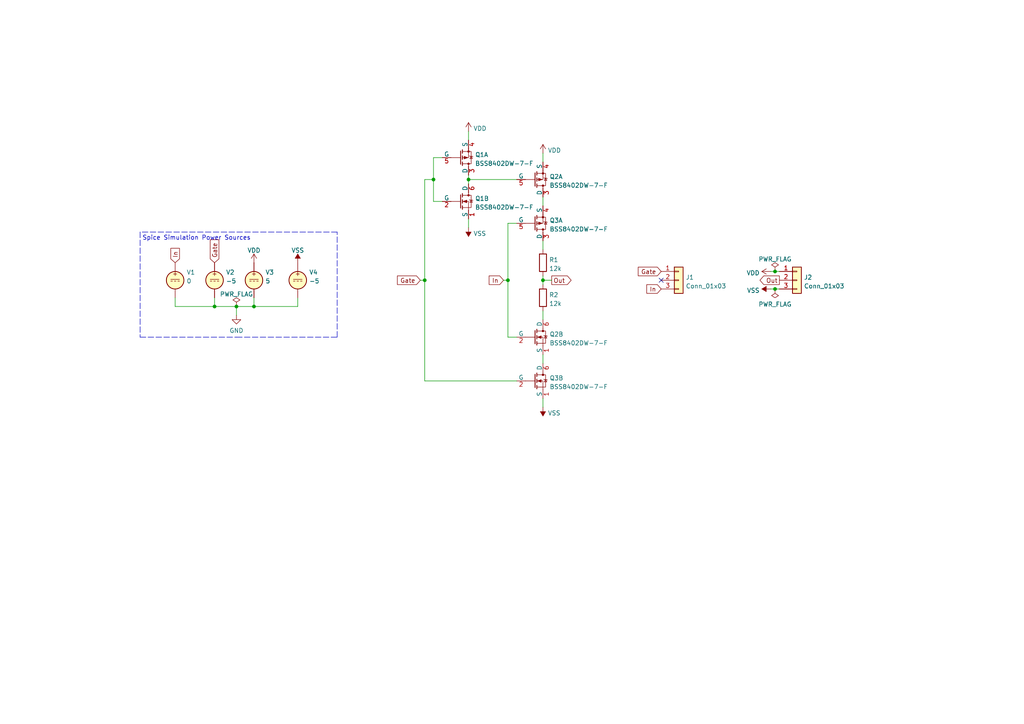
<source format=kicad_sch>
(kicad_sch (version 20250114) (generator "eeschema") (generator_version "9.0")
  (paper "A4")
  (title_block (title "Balanced Ternary Not Quadstate Gate") (date "2022-08-05") (rev "0") (comment 1 "ASDasd"))
  (lib_symbols
    (symbol "Connector_Generic:Conn_01x03" (pin_names (offset 1.016) (hide yes))
      (property "Reference" "J" (at 0 5.08 0))
      (property "Value" "Conn_01x03" (at 0 -5.08 0))
      (symbol "Conn_01x03_1_1"
        (rectangle (start -1.27 3.81) (end 1.27 -3.81) (stroke (width 0.254)) (fill (type background)))
        (rectangle (start -1.27 2.667) (end 0 2.413) (stroke (width 0.1524)))
        (rectangle (start -1.27 0.127) (end 0 -0.127) (stroke (width 0.1524)))
        (rectangle (start -1.27 -2.413) (end 0 -2.667) (stroke (width 0.1524)))
        (pin passive line (at -5.08 2.54 0) (length 3.81) (name "Pin_1") (number "1"))
        (pin passive line (at -5.08 0 0) (length 3.81) (name "Pin_2") (number "2"))
        (pin passive line (at -5.08 -2.54 0) (length 3.81) (name "Pin_3") (number "3"))
      )
    )
    (symbol "Device:R" (pin_numbers (hide yes)) (pin_names (offset 0))
      (property "Reference" "R" (at 2.032 0 90))
      (property "Value" "R" (at 0 0 90))
      (symbol "R_0_1"
        (rectangle (start -1.016 -2.54) (end 1.016 2.54) (stroke (width 0.254)))
      )
      (symbol "R_1_1"
        (pin passive line (at 0 3.81 270) (length 1.27) (name "~") (number "1"))
        (pin passive line (at 0 -3.81 90) (length 1.27) (name "~") (number "2"))
      )
    )
    (symbol "Simulation_SPICE:VDC" (pin_numbers (hide yes)) (pin_names (offset 0.0254))
      (property "Reference" "V" (at 2.54 2.54 0))
      (property "Value" "VDC" (at 2.54 0 0))
      (property "Spice_Model" "dc(1)" (at 2.54 -2.54 0))
      (symbol "VDC_0_0"
        (polyline (pts (xy -1.27 0.254) (xy 1.27 0.254)))
        (polyline (pts (xy -0.762 -0.254) (xy -1.27 -0.254)))
        (polyline (pts (xy 0.254 -0.254) (xy -0.254 -0.254)))
        (polyline (pts (xy 1.27 -0.254) (xy 0.762 -0.254)))
        (text "+" (at 0 1.905 0) (effects (font (size 1.27 1.27))))
      )
      (symbol "VDC_0_1"
        (circle (center 0 0) (radius 2.54) (stroke (width 0.254)) (fill (type background)))
      )
      (symbol "VDC_1_1"
        (pin passive line (at 0 5.08 270) (length 2.54) (name "~") (number "1"))
        (pin passive line (at 0 -5.08 90) (length 2.54) (name "~") (number "2"))
      )
    )
    (symbol "Tritium:BSS8402DW-7-F" (pin_names (offset 0))
      (property "Reference" "Q" (at 2.54 1.27 0))
      (property "Value" "BSS8402DW-7-F" (at 2.54 -1.27 0))
      (symbol "BSS8402DW-7-F_0_1"
        (polyline (pts (xy -2.286 0) (xy -5.08 0)))
        (polyline (pts (xy -2.286 -1.905) (xy -2.286 1.905)) (stroke (width 0.254)))
        (polyline (pts (xy -1.778 1.27) (xy -1.778 2.286)) (stroke (width 0.254)))
        (polyline (pts (xy -1.778 -0.508) (xy -1.778 0.508)) (stroke (width 0.254)))
        (polyline (pts (xy -1.778 -1.778) (xy 0.762 -1.778) (xy 0.762 1.778) (xy -1.778 1.778)))
        (polyline (pts (xy -1.778 -2.286) (xy -1.778 -1.27)) (stroke (width 0.254)))
        (polyline (pts (xy 0 2.54) (xy 0 1.778)))
        (circle (center 0 1.778) (radius 0.254) (fill (type outline)))
        (polyline (pts (xy 0.254 0.508) (xy 0.381 0.381) (xy 1.143 0.381) (xy 1.27 0.254)))
        (polyline (pts (xy 0.762 0.381) (xy 0.381 -0.254) (xy 1.143 -0.254) (xy 0.762 0.381)))
      )
      (symbol "BSS8402DW-7-F_1_1"
        (polyline (pts (xy -0.254 0) (xy -1.27 -0.381) (xy -1.27 0.381) (xy -0.254 0)) (fill (type outline)))
        (polyline (pts (xy 0 2.54) (xy 0 0) (xy -1.778 0)))
        (circle (center 0 -1.778) (radius 0.254) (fill (type outline)))
        (polyline (pts (xy 0 -2.54) (xy 0 -1.778)))
        (pin input line (at -7.62 0 0) (length 2.54) (name "G") (number "5"))
        (pin passive line (at 0 5.08 270) (length 2.54) (name "S") (number "4"))
        (pin passive line (at 0 -5.08 90) (length 2.54) (name "D") (number "3"))
      )
      (symbol "BSS8402DW-7-F_2_1"
        (polyline (pts (xy -1.524 0) (xy -0.508 0.381) (xy -0.508 -0.381) (xy -1.524 0)) (fill (type outline)))
        (polyline (pts (xy 0 -2.54) (xy 0 0) (xy -1.778 0)))
        (pin input line (at -7.62 0 0) (length 2.54) (name "G") (number "2"))
        (pin passive line (at 0 5.08 270) (length 2.54) (name "D") (number "6"))
        (pin passive line (at 0 -5.08 90) (length 2.54) (name "S") (number "1"))
      )
    )
    (symbol "power:GND" (power) (pin_names (offset 0))
      (property "Value" "GND" (at 0 -3.81 0))
      (symbol "GND_0_1"
        (polyline (pts (xy 0 0) (xy 0 -1.27) (xy 1.27 -1.27) (xy 0 -2.54) (xy -1.27 -1.27) (xy 0 -1.27)))
      )
      (symbol "GND_1_1"
        (pin power_in line (at 0 0 270) (length 0) (hide yes) (name "GND") (number "1"))
      )
    )
    (symbol "power:PWR_FLAG" (power) (pin_numbers (hide yes)) (pin_names (offset 0) (hide yes))
      (property "Value" "PWR_FLAG" (at 0 3.81 0))
      (symbol "PWR_FLAG_0_0"
        (pin power_out line (at 0 0 90) (length 0) (name "pwr") (number "1"))
      )
      (symbol "PWR_FLAG_0_1"
        (polyline (pts (xy 0 0) (xy 0 1.27) (xy -1.016 1.905) (xy 0 2.54) (xy 1.016 1.905) (xy 0 1.27)))
      )
    )
    (symbol "power:VDD" (power) (pin_names (offset 0))
      (property "Value" "VDD" (at 0 3.81 0))
      (symbol "VDD_0_1"
        (polyline (pts (xy -0.762 1.27) (xy 0 2.54)))
        (polyline (pts (xy 0 2.54) (xy 0.762 1.27)))
        (polyline (pts (xy 0 0) (xy 0 2.54)))
      )
      (symbol "VDD_1_1"
        (pin power_in line (at 0 0 90) (length 0) (hide yes) (name "VDD") (number "1"))
      )
    )
    (symbol "power:VSS" (power) (pin_names (offset 0))
      (property "Value" "VSS" (at 0 3.81 0))
      (symbol "VSS_0_1"
        (polyline (pts (xy 0 0) (xy 0 2.54)))
        (polyline (pts (xy 0.762 1.27) (xy -0.762 1.27) (xy 0 2.54) (xy 0.762 1.27)) (fill (type outline)))
      )
      (symbol "VSS_1_1"
        (pin power_in line (at 0 0 90) (length 0) (hide yes) (name "VSS") (number "1"))
      )
    )
  )
  (text "Spice Simulation Power Sources" (at 41.275 69.85 0) (effects (font (size 1.27 1.27)) (justify left bottom)))
  (junction (at 68.58 88.9))
  (junction (at 73.66 88.9))
  (junction (at 62.23 88.9))
  (junction (at 147.32 81.28))
  (junction (at 224.79 78.74))
  (junction (at 224.79 83.82))
  (junction (at 125.73 52.07))
  (junction (at 123.19 81.28))
  (junction (at 157.48 81.28))
  (junction (at 135.89 52.07))
  (no_connect (at 191.77 81.28))
  (wire (pts (xy 73.66 88.9) (xy 86.36 88.9)))
  (wire (pts (xy 224.79 83.82) (xy 226.06 83.82)))
  (wire (pts (xy 135.89 52.07) (xy 135.89 53.34)))
  (polyline (pts (xy 68.58 97.79) (xy 97.79 97.79)) (stroke (width 0) (type dash)))
  (polyline (pts (xy 97.79 97.79) (xy 97.79 67.31)) (stroke (width 0) (type dash)))
  (wire (pts (xy 128.27 45.72) (xy 125.73 45.72)))
  (wire (pts (xy 135.89 52.07) (xy 149.86 52.07)))
  (wire (pts (xy 157.48 69.85) (xy 157.48 72.39)))
  (wire (pts (xy 50.8 86.36) (xy 50.8 88.9)))
  (wire (pts (xy 157.48 102.87) (xy 157.48 105.41)))
  (wire (pts (xy 147.32 81.28) (xy 147.32 97.79)))
  (wire (pts (xy 157.48 57.15) (xy 157.48 59.69)))
  (wire (pts (xy 135.89 38.1) (xy 135.89 40.64)))
  (polyline (pts (xy 97.79 67.31) (xy 40.64 67.31)) (stroke (width 0) (type dash)))
  (wire (pts (xy 135.89 50.8) (xy 135.89 52.07)))
  (wire (pts (xy 135.89 63.5) (xy 135.89 66.04)))
  (polyline (pts (xy 40.64 67.31) (xy 40.64 97.79)) (stroke (width 0) (type dash)))
  (wire (pts (xy 125.73 52.07) (xy 123.19 52.07)))
  (wire (pts (xy 121.92 81.28) (xy 123.19 81.28)))
  (wire (pts (xy 50.8 88.9) (xy 62.23 88.9)))
  (wire (pts (xy 123.19 52.07) (xy 123.19 81.28)))
  (wire (pts (xy 68.58 88.9) (xy 68.58 91.44)))
  (wire (pts (xy 157.48 81.28) (xy 157.48 82.55)))
  (wire (pts (xy 224.79 78.74) (xy 226.06 78.74)))
  (wire (pts (xy 149.86 64.77) (xy 147.32 64.77)))
  (wire (pts (xy 125.73 52.07) (xy 125.73 58.42)))
  (wire (pts (xy 223.52 83.82) (xy 224.79 83.82)))
  (wire (pts (xy 125.73 58.42) (xy 128.27 58.42)))
  (polyline (pts (xy 40.64 97.79) (xy 68.58 97.79)) (stroke (width 0) (type dash)))
  (wire (pts (xy 123.19 81.28) (xy 123.19 110.49)))
  (wire (pts (xy 123.19 110.49) (xy 149.86 110.49)))
  (wire (pts (xy 62.23 88.9) (xy 68.58 88.9)))
  (wire (pts (xy 157.48 81.28) (xy 160.02 81.28)))
  (wire (pts (xy 125.73 45.72) (xy 125.73 52.07)))
  (wire (pts (xy 86.36 88.9) (xy 86.36 86.36)))
  (wire (pts (xy 147.32 97.79) (xy 149.86 97.79)))
  (wire (pts (xy 147.32 64.77) (xy 147.32 81.28)))
  (wire (pts (xy 146.05 81.28) (xy 147.32 81.28)))
  (wire (pts (xy 68.58 88.9) (xy 73.66 88.9)))
  (wire (pts (xy 157.48 44.45) (xy 157.48 46.99)))
  (wire (pts (xy 73.66 86.36) (xy 73.66 88.9)))
  (wire (pts (xy 157.48 115.57) (xy 157.48 118.11)))
  (wire (pts (xy 157.48 80.01) (xy 157.48 81.28)))
  (wire (pts (xy 223.52 78.74) (xy 224.79 78.74)))
  (wire (pts (xy 157.48 90.17) (xy 157.48 92.71)))
  (wire (pts (xy 62.23 86.36) (xy 62.23 88.9)))
  (global_label "In" (shape input) (at 146.05 81.28 180) (property "Intersheetrefs" "${INTERSHEET_REFS}" (effects (hide yes))))
  (global_label "Gate" (shape input) (at 121.92 81.28 180) (property "Intersheetrefs" "${INTERSHEET_REFS}" (effects (hide yes))))
  (global_label "In" (shape input) (at 191.77 83.82 180) (property "Intersheetrefs" "${INTERSHEET_REFS}" (effects (hide yes))))
  (global_label "Out" (shape output) (at 160.02 81.28 0) (property "Intersheetrefs" "${INTERSHEET_REFS}" (effects (hide yes))))
  (global_label "In" (shape input) (at 50.8 76.2 90) (property "Intersheetrefs" "${INTERSHEET_REFS}" (effects (hide yes))))
  (global_label "Gate" (shape input) (at 191.77 78.74 180) (property "Intersheetrefs" "${INTERSHEET_REFS}" (effects (hide yes))))
  (global_label "Gate" (shape input) (at 62.23 76.2 90) (property "Intersheetrefs" "${INTERSHEET_REFS}" (effects (hide yes))))
  (global_label "Out" (shape output) (at 226.06 81.28 180) (property "Intersheetrefs" "${INTERSHEET_REFS}" (effects (hide yes))))
  (symbol (lib_id "power:VDD") (at 73.66 76.2 0) (unit 1)
    (property "Reference" "#PWR02" (effects (hide yes)))
    (property "Value" "VDD" (at 73.66 72.6242 0))
  )
  (symbol (lib_id "power:VSS") (at 223.52 83.82 90) (unit 1)
    (property "Reference" "#PWR09" (effects (hide yes)))
    (property "Value" "VSS" (at 220.345 84.2538 90) (effects (justify left)))
  )
  (symbol (lib_id "power:VSS") (at 86.36 76.2 0) (unit 1)
    (property "Reference" "#PWR03" (effects (hide yes)))
    (property "Value" "VSS" (at 86.36 72.6242 0))
  )
  (symbol (lib_id "Tritium:BSS8402DW-7-F") (at 157.48 64.77 0) (unit 1)
    (property "Reference" "Q3" (at 159.385 63.9353 0) (effects (justify left)))
    (property "Value" "BSS8402DW-7-F" (at 159.385 66.4722 0) (effects (justify left)))
    (property "Footprint" "Package_TO_SOT_SMD:SOT-363_SC-70-6_Handsoldering" (effects (hide yes)))
    (property "Datasheet" "https://www.diodes.com/assets/Datasheets/ds30380.pdf" (effects (hide yes)))
    (property "Sim.Device" "SPICE" (effects (hide yes)))
    (property "Sim.Params" "type=\"X\" model=\"BSS8402DW\" lib=\"/lab/dev/tritium/library/TritiumSpice.lib\"" (effects (hide yes)))
    (property "Sim.Pins" "3=1 4=2 5=3" (effects (hide yes)))
  )
  (symbol (lib_id "Connector_Generic:Conn_01x03") (at 196.85 81.28 0) (unit 1) (exclude_from_sim yes)
    (property "Reference" "J1" (at 198.882 80.4453 0) (effects (justify left)))
    (property "Value" "Conn_01x03" (at 198.882 82.9822 0) (effects (justify left)))
    (property "Footprint" "Tritium:PinHeader_1x03_P2.54mm_Vertical_NoSilkscreen" (effects (hide yes)))
    (property "Sim.Device" "SPICE" (effects (hide yes)))
    (property "Sim.Params" "type=\"J\" model=\"Conn_01x03\" lib=\"\"" (effects (hide yes)))
    (property "Sim.Pins" "1=1 2=2 3=3" (effects (hide yes)))
  )
  (symbol (lib_id "Tritium:BSS8402DW-7-F") (at 135.89 45.72 0) (unit 1)
    (property "Reference" "Q1" (at 137.795 44.8853 0) (effects (justify left)))
    (property "Value" "BSS8402DW-7-F" (at 137.795 47.4222 0) (effects (justify left)))
    (property "Footprint" "Package_TO_SOT_SMD:SOT-363_SC-70-6_Handsoldering" (effects (hide yes)))
    (property "Datasheet" "https://www.diodes.com/assets/Datasheets/ds30380.pdf" (effects (hide yes)))
    (property "Sim.Device" "SPICE" (effects (hide yes)))
    (property "Sim.Params" "type=\"X\" model=\"BSS8402DW\" lib=\"/lab/dev/tritium/library/TritiumSpice.lib\"" (effects (hide yes)))
    (property "Sim.Pins" "3=1 4=2 5=3" (effects (hide yes)))
  )
  (symbol (lib_id "power:VDD") (at 135.89 38.1 0) (unit 1)
    (property "Reference" "#PWR04" (effects (hide yes)))
    (property "Value" "VDD" (at 137.287 37.2638 0) (effects (justify left)))
  )
  (symbol (lib_id "Simulation_SPICE:VDC") (at 86.36 81.28 0) (unit 1)
    (property "Reference" "V4" (at 89.662 78.9871 0) (effects (justify left)))
    (property "Value" "-5" (at 89.662 81.524 0) (effects (justify left)))
    (property "Sim.Device" "V" (effects (hide yes)))
    (property "Sim.Type" "DC" (effects (hide yes)))
    (property "Sim.Pins" "1=+ 2=-" (effects (hide yes)))
  )
  (symbol (lib_id "power:PWR_FLAG") (at 68.58 88.9 0) (unit 1)
    (property "Reference" "#FLG01" (effects (hide yes)))
    (property "Value" "PWR_FLAG" (at 68.58 85.3242 0))
  )
  (symbol (lib_id "power:VDD") (at 157.48 44.45 0) (unit 1)
    (property "Reference" "#PWR06" (effects (hide yes)))
    (property "Value" "VDD" (at 158.877 43.6138 0) (effects (justify left)))
  )
  (symbol (lib_id "power:PWR_FLAG") (at 224.79 78.74 0) (unit 1)
    (property "Reference" "#FLG02" (effects (hide yes)))
    (property "Value" "PWR_FLAG" (at 224.79 75.1642 0))
  )
  (symbol (lib_id "Simulation_SPICE:VDC") (at 50.8 81.28 0) (unit 1)
    (property "Reference" "V1" (at 54.102 78.9871 0) (effects (justify left)))
    (property "Value" "0" (at 54.102 81.524 0) (effects (justify left)))
    (property "Sim.Device" "V" (effects (hide yes)))
    (property "Sim.Type" "DC" (effects (hide yes)))
    (property "Sim.Pins" "1=+ 2=-" (effects (hide yes)))
  )
  (symbol (lib_id "Tritium:BSS8402DW-7-F") (at 157.48 110.49 0) (unit 2)
    (property "Reference" "Q3" (at 159.385 109.6553 0) (effects (justify left)))
    (property "Value" "BSS8402DW-7-F" (at 159.385 112.1922 0) (effects (justify left)))
    (property "Footprint" "Package_TO_SOT_SMD:SOT-363_SC-70-6_Handsoldering" (effects (hide yes)))
    (property "Datasheet" "https://www.diodes.com/assets/Datasheets/ds30380.pdf" (effects (hide yes)))
    (property "Sim.Device" "SPICE" (effects (hide yes)))
    (property "Sim.Params" "type=\"X\" model=\"BSS8402DW\" lib=\"/lab/dev/tritium/library/TritiumSpice.lib\"" (effects (hide yes)))
    (property "Sim.Pins" "1=1 2=2 6=3" (effects (hide yes)))
  )
  (symbol (lib_id "Simulation_SPICE:VDC") (at 62.23 81.28 0) (unit 1)
    (property "Reference" "V2" (at 65.532 78.9871 0) (effects (justify left)))
    (property "Value" "-5" (at 65.532 81.524 0) (effects (justify left)))
    (property "Sim.Device" "V" (effects (hide yes)))
    (property "Sim.Type" "DC" (effects (hide yes)))
    (property "Sim.Pins" "1=+ 2=-" (effects (hide yes)))
  )
  (symbol (lib_id "Tritium:BSS8402DW-7-F") (at 135.89 58.42 0) (unit 2)
    (property "Reference" "Q1" (at 137.795 57.5853 0) (effects (justify left)))
    (property "Value" "BSS8402DW-7-F" (at 137.795 60.1222 0) (effects (justify left)))
    (property "Footprint" "Package_TO_SOT_SMD:SOT-363_SC-70-6_Handsoldering" (effects (hide yes)))
    (property "Datasheet" "https://www.diodes.com/assets/Datasheets/ds30380.pdf" (effects (hide yes)))
    (property "Sim.Device" "SPICE" (effects (hide yes)))
    (property "Sim.Params" "type=\"X\" model=\"BSS8402DW\" lib=\"/lab/dev/tritium/library/TritiumSpice.lib\"" (effects (hide yes)))
    (property "Sim.Pins" "1=1 2=2 6=3" (effects (hide yes)))
  )
  (symbol (lib_id "Device:R") (at 157.48 76.2 0) (unit 1)
    (property "Reference" "R1" (at 159.258 75.3653 0) (effects (justify left)))
    (property "Value" "12k" (at 159.258 77.9022 0) (effects (justify left)))
    (property "Footprint" "Resistor_SMD:R_0603_1608Metric_Pad0.98x0.95mm_HandSolder" (effects (hide yes)))
  )
  (symbol (lib_id "power:GND") (at 68.58 91.44 0) (unit 1)
    (property "Reference" "#PWR01" (effects (hide yes)))
    (property "Value" "GND" (at 68.58 95.8834 0))
  )
  (symbol (lib_id "Connector_Generic:Conn_01x03") (at 231.14 81.28 0) (unit 1) (exclude_from_sim yes)
    (property "Reference" "J2" (at 233.172 80.4453 0) (effects (justify left)))
    (property "Value" "Conn_01x03" (at 233.172 82.9822 0) (effects (justify left)))
    (property "Footprint" "Tritium:PinHeader_1x03_P2.54mm_Vertical_NoSilkscreen" (effects (hide yes)))
    (property "Sim.Device" "SPICE" (effects (hide yes)))
    (property "Sim.Params" "type=\"J\" model=\"Conn_01x03\" lib=\"\"" (effects (hide yes)))
    (property "Sim.Pins" "1=1 2=2 3=3" (effects (hide yes)))
  )
  (symbol (lib_id "power:VDD") (at 223.52 78.74 90) (unit 1)
    (property "Reference" "#PWR08" (effects (hide yes)))
    (property "Value" "VDD" (at 220.345 79.1738 90) (effects (justify left)))
  )
  (symbol (lib_id "Simulation_SPICE:VDC") (at 73.66 81.28 0) (unit 1)
    (property "Reference" "V3" (at 76.962 78.9871 0) (effects (justify left)))
    (property "Value" "5" (at 76.962 81.524 0) (effects (justify left)))
    (property "Sim.Device" "V" (effects (hide yes)))
    (property "Sim.Type" "DC" (effects (hide yes)))
    (property "Sim.Pins" "1=+ 2=-" (effects (hide yes)))
  )
  (symbol (lib_id "Device:R") (at 157.48 86.36 0) (unit 1)
    (property "Reference" "R2" (at 159.258 85.5253 0) (effects (justify left)))
    (property "Value" "12k" (at 159.258 88.0622 0) (effects (justify left)))
    (property "Footprint" "Resistor_SMD:R_0603_1608Metric_Pad0.98x0.95mm_HandSolder" (effects (hide yes)))
  )
  (symbol (lib_id "Tritium:BSS8402DW-7-F") (at 157.48 97.79 0) (unit 2)
    (property "Reference" "Q2" (at 159.385 96.9553 0) (effects (justify left)))
    (property "Value" "BSS8402DW-7-F" (at 159.385 99.4922 0) (effects (justify left)))
    (property "Footprint" "Package_TO_SOT_SMD:SOT-363_SC-70-6_Handsoldering" (effects (hide yes)))
    (property "Datasheet" "https://www.diodes.com/assets/Datasheets/ds30380.pdf" (effects (hide yes)))
    (property "Sim.Device" "SPICE" (effects (hide yes)))
    (property "Sim.Params" "type=\"X\" model=\"BSS8402DW\" lib=\"/lab/dev/tritium/library/TritiumSpice.lib\"" (effects (hide yes)))
    (property "Sim.Pins" "1=1 2=2 6=3" (effects (hide yes)))
  )
  (symbol (lib_id "Tritium:BSS8402DW-7-F") (at 157.48 52.07 0) (unit 1)
    (property "Reference" "Q2" (at 159.385 51.2353 0) (effects (justify left)))
    (property "Value" "BSS8402DW-7-F" (at 159.385 53.7722 0) (effects (justify left)))
    (property "Footprint" "Package_TO_SOT_SMD:SOT-363_SC-70-6_Handsoldering" (effects (hide yes)))
    (property "Datasheet" "https://www.diodes.com/assets/Datasheets/ds30380.pdf" (effects (hide yes)))
    (property "Sim.Device" "SPICE" (effects (hide yes)))
    (property "Sim.Params" "type=\"X\" model=\"BSS8402DW\" lib=\"/lab/dev/tritium/library/TritiumSpice.lib\"" (effects (hide yes)))
    (property "Sim.Pins" "3=1 4=2 5=3" (effects (hide yes)))
  )
  (symbol (lib_id "power:VSS") (at 135.89 66.04 180) (unit 1)
    (property "Reference" "#PWR05" (effects (hide yes)))
    (property "Value" "VSS" (at 137.287 67.7438 0) (effects (justify right)))
  )
  (symbol (lib_id "power:PWR_FLAG") (at 224.79 83.82 180) (unit 1)
    (property "Reference" "#FLG03" (effects (hide yes)))
    (property "Value" "PWR_FLAG" (at 224.79 88.2634 0))
  )
  (symbol (lib_id "power:VSS") (at 157.48 118.11 180) (unit 1)
    (property "Reference" "#PWR07" (effects (hide yes)))
    (property "Value" "VSS" (at 158.877 119.8138 0) (effects (justify right)))
  )
)
</source>
